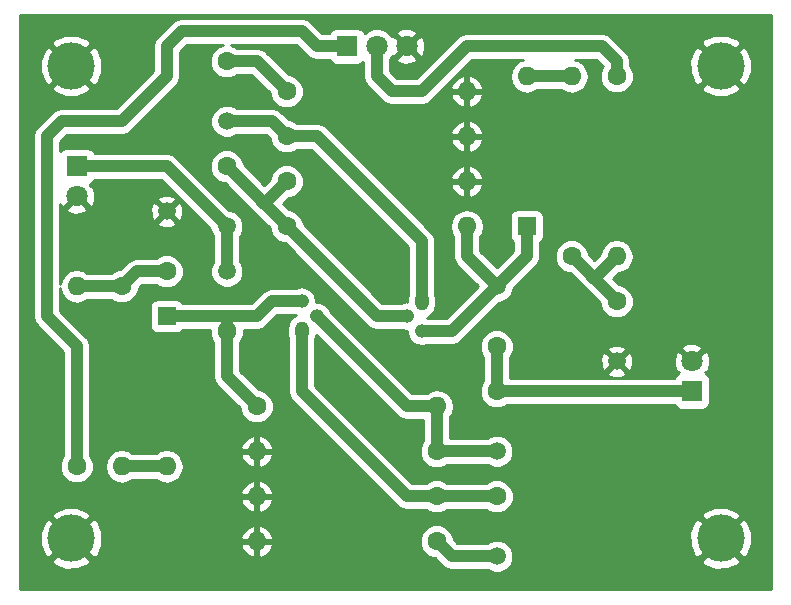
<source format=gbr>
G04 #@! TF.FileFunction,Copper,L2,Bot,Signal*
%FSLAX46Y46*%
G04 Gerber Fmt 4.6, Leading zero omitted, Abs format (unit mm)*
G04 Created by KiCad (PCBNEW 4.0.7) date 08/30/18 18:17:14*
%MOMM*%
%LPD*%
G01*
G04 APERTURE LIST*
%ADD10C,0.100000*%
%ADD11C,1.600000*%
%ADD12C,1.500000*%
%ADD13R,1.600000X1.600000*%
%ADD14O,1.600000X1.600000*%
%ADD15R,1.800000X1.800000*%
%ADD16C,1.800000*%
%ADD17O,1.200000X1.600000*%
%ADD18O,1.200000X1.200000*%
%ADD19C,4.000000*%
%ADD20C,1.000000*%
%ADD21C,0.254000*%
G04 APERTURE END LIST*
D10*
D11*
X123190000Y-63500000D03*
D12*
X123190000Y-68580000D03*
D11*
X123190000Y-77470000D03*
D12*
X123190000Y-72390000D03*
D11*
X156210000Y-74930000D03*
D12*
X156210000Y-80010000D03*
D11*
X118110000Y-72390000D03*
D12*
X118110000Y-67310000D03*
D11*
X146050000Y-91440000D03*
D12*
X146050000Y-96520000D03*
D11*
X123190000Y-54610000D03*
D12*
X123190000Y-59690000D03*
D11*
X146050000Y-78740000D03*
D12*
X146050000Y-73660000D03*
D11*
X146050000Y-82550000D03*
D12*
X146050000Y-87630000D03*
D13*
X148590000Y-68580000D03*
D14*
X148590000Y-55880000D03*
D13*
X118110000Y-76200000D03*
D14*
X118110000Y-88900000D03*
D15*
X133350000Y-53340000D03*
D16*
X135890000Y-53340000D03*
X138430000Y-53340000D03*
D15*
X110490000Y-63500000D03*
D16*
X110490000Y-66040000D03*
D15*
X162560000Y-82550000D03*
D16*
X162560000Y-80010000D03*
D17*
X139700000Y-74930000D03*
D18*
X138430000Y-76200000D03*
X139700000Y-77470000D03*
D17*
X129540000Y-77470000D03*
D18*
X130810000Y-76200000D03*
X129540000Y-74930000D03*
D11*
X156210000Y-55880000D03*
D14*
X156210000Y-71120000D03*
D11*
X110490000Y-88900000D03*
D14*
X110490000Y-73660000D03*
D11*
X128270000Y-64770000D03*
D14*
X143510000Y-64770000D03*
D11*
X140970000Y-95250000D03*
D14*
X125730000Y-95250000D03*
D11*
X152400000Y-71120000D03*
D14*
X152400000Y-55880000D03*
D11*
X128270000Y-68580000D03*
D14*
X143510000Y-68580000D03*
D11*
X114300000Y-73660000D03*
D14*
X114300000Y-88900000D03*
D11*
X128270000Y-60960000D03*
D14*
X143510000Y-60960000D03*
D11*
X140970000Y-91440000D03*
D14*
X125730000Y-91440000D03*
D11*
X125730000Y-83820000D03*
D14*
X140970000Y-83820000D03*
D11*
X128270000Y-57150000D03*
D14*
X143510000Y-57150000D03*
D11*
X140970000Y-87630000D03*
D14*
X125730000Y-87630000D03*
D19*
X110000000Y-95000000D03*
X165000000Y-95000000D03*
X110000000Y-55000000D03*
X165000000Y-55000000D03*
D20*
X128270000Y-68580000D02*
X135890000Y-76200000D01*
X135890000Y-76200000D02*
X138430000Y-76200000D01*
X128270000Y-64770000D02*
X126365000Y-66675000D01*
X126365000Y-66675000D02*
X125730000Y-66040000D01*
X123190000Y-63500000D02*
X125730000Y-66040000D01*
X125730000Y-66040000D02*
X128270000Y-68580000D01*
X123190000Y-68580000D02*
X118110000Y-63500000D01*
X118110000Y-63500000D02*
X110490000Y-63500000D01*
X123190000Y-68580000D02*
X123190000Y-72390000D01*
X123190000Y-76200000D02*
X125730000Y-76200000D01*
X127000000Y-74930000D02*
X129540000Y-74930000D01*
X125730000Y-76200000D02*
X127000000Y-74930000D01*
X123190000Y-77470000D02*
X123190000Y-81280000D01*
X123190000Y-81280000D02*
X125730000Y-83820000D01*
X123190000Y-76200000D02*
X123190000Y-77470000D01*
X123190000Y-76200000D02*
X118110000Y-76200000D01*
X156210000Y-71120000D02*
X154305000Y-73025000D01*
X154305000Y-73025000D02*
X153670000Y-72390000D01*
X152400000Y-71120000D02*
X153670000Y-72390000D01*
X153670000Y-72390000D02*
X156210000Y-74930000D01*
X118110000Y-72390000D02*
X115570000Y-72390000D01*
X115570000Y-72390000D02*
X114300000Y-73660000D01*
X114300000Y-73660000D02*
X110490000Y-73660000D01*
X140970000Y-91440000D02*
X138430000Y-91440000D01*
X129540000Y-82550000D02*
X129540000Y-77470000D01*
X138430000Y-91440000D02*
X129540000Y-82550000D01*
X140970000Y-91440000D02*
X146050000Y-91440000D01*
X146050000Y-96520000D02*
X142240000Y-96520000D01*
X142240000Y-96520000D02*
X140970000Y-95250000D01*
X123190000Y-54610000D02*
X125730000Y-54610000D01*
X125730000Y-54610000D02*
X128270000Y-57150000D01*
X128270000Y-60960000D02*
X130810000Y-60960000D01*
X139700000Y-69850000D02*
X139700000Y-74930000D01*
X130810000Y-60960000D02*
X139700000Y-69850000D01*
X123190000Y-59690000D02*
X127000000Y-59690000D01*
X127000000Y-59690000D02*
X128270000Y-60960000D01*
X146050000Y-82550000D02*
X162560000Y-82550000D01*
X146050000Y-78740000D02*
X146050000Y-82550000D01*
X143510000Y-68580000D02*
X143510000Y-71120000D01*
X143510000Y-71120000D02*
X146050000Y-73660000D01*
X146050000Y-73660000D02*
X148590000Y-71120000D01*
X148590000Y-71120000D02*
X148590000Y-68580000D01*
X139700000Y-77470000D02*
X142240000Y-77470000D01*
X142240000Y-77470000D02*
X146050000Y-73660000D01*
X130810000Y-76200000D02*
X138430000Y-83820000D01*
X138430000Y-83820000D02*
X140970000Y-83820000D01*
X140970000Y-87630000D02*
X140970000Y-83820000D01*
X146050000Y-87630000D02*
X140970000Y-87630000D01*
X148590000Y-55880000D02*
X152400000Y-55880000D01*
X114300000Y-88900000D02*
X118110000Y-88900000D01*
X110490000Y-88900000D02*
X110490000Y-78740000D01*
X130810000Y-53340000D02*
X133350000Y-53340000D01*
X129540000Y-52070000D02*
X130810000Y-53340000D01*
X119380000Y-52070000D02*
X129540000Y-52070000D01*
X118110000Y-53340000D02*
X119380000Y-52070000D01*
X118110000Y-55880000D02*
X118110000Y-53340000D01*
X114300000Y-59690000D02*
X118110000Y-55880000D01*
X109220000Y-59690000D02*
X114300000Y-59690000D01*
X107950000Y-60960000D02*
X109220000Y-59690000D01*
X107950000Y-76200000D02*
X107950000Y-60960000D01*
X110490000Y-78740000D02*
X107950000Y-76200000D01*
X135890000Y-53340000D02*
X135890000Y-55880000D01*
X156210000Y-54610000D02*
X156210000Y-55880000D01*
X154940000Y-53340000D02*
X156210000Y-54610000D01*
X143510000Y-53340000D02*
X154940000Y-53340000D01*
X139700000Y-57150000D02*
X143510000Y-53340000D01*
X137160000Y-57150000D02*
X139700000Y-57150000D01*
X135890000Y-55880000D02*
X137160000Y-57150000D01*
D21*
G36*
X169290000Y-99290000D02*
X105710000Y-99290000D01*
X105710000Y-96875022D01*
X108304584Y-96875022D01*
X108525353Y-97245743D01*
X109497012Y-97639119D01*
X110545247Y-97630713D01*
X111474647Y-97245743D01*
X111695416Y-96875022D01*
X110000000Y-95179605D01*
X108304584Y-96875022D01*
X105710000Y-96875022D01*
X105710000Y-94497012D01*
X107360881Y-94497012D01*
X107369287Y-95545247D01*
X107754257Y-96474647D01*
X108124978Y-96695416D01*
X109820395Y-95000000D01*
X110179605Y-95000000D01*
X111875022Y-96695416D01*
X112245743Y-96474647D01*
X112600232Y-95599039D01*
X124338096Y-95599039D01*
X124498959Y-95987423D01*
X124874866Y-96402389D01*
X125380959Y-96641914D01*
X125603000Y-96520629D01*
X125603000Y-95377000D01*
X125857000Y-95377000D01*
X125857000Y-96520629D01*
X126079041Y-96641914D01*
X126585134Y-96402389D01*
X126961041Y-95987423D01*
X127121904Y-95599039D01*
X127086275Y-95534187D01*
X139534752Y-95534187D01*
X139752757Y-96061800D01*
X140156077Y-96465824D01*
X140683309Y-96684750D01*
X140799720Y-96684852D01*
X141437434Y-97322566D01*
X141805654Y-97568603D01*
X142240000Y-97655000D01*
X145226042Y-97655000D01*
X145264436Y-97693461D01*
X145773298Y-97904759D01*
X146324285Y-97905240D01*
X146833515Y-97694831D01*
X147223461Y-97305564D01*
X147402237Y-96875022D01*
X163304584Y-96875022D01*
X163525353Y-97245743D01*
X164497012Y-97639119D01*
X165545247Y-97630713D01*
X166474647Y-97245743D01*
X166695416Y-96875022D01*
X165000000Y-95179605D01*
X163304584Y-96875022D01*
X147402237Y-96875022D01*
X147434759Y-96796702D01*
X147435240Y-96245715D01*
X147224831Y-95736485D01*
X146835564Y-95346539D01*
X146326702Y-95135241D01*
X145775715Y-95134760D01*
X145266485Y-95345169D01*
X145226585Y-95385000D01*
X142710132Y-95385000D01*
X142405148Y-95080016D01*
X142405248Y-94965813D01*
X142211544Y-94497012D01*
X162360881Y-94497012D01*
X162369287Y-95545247D01*
X162754257Y-96474647D01*
X163124978Y-96695416D01*
X164820395Y-95000000D01*
X165179605Y-95000000D01*
X166875022Y-96695416D01*
X167245743Y-96474647D01*
X167639119Y-95502988D01*
X167630713Y-94454753D01*
X167245743Y-93525353D01*
X166875022Y-93304584D01*
X165179605Y-95000000D01*
X164820395Y-95000000D01*
X163124978Y-93304584D01*
X162754257Y-93525353D01*
X162360881Y-94497012D01*
X142211544Y-94497012D01*
X142187243Y-94438200D01*
X141783923Y-94034176D01*
X141256691Y-93815250D01*
X140685813Y-93814752D01*
X140158200Y-94032757D01*
X139754176Y-94436077D01*
X139535250Y-94963309D01*
X139534752Y-95534187D01*
X127086275Y-95534187D01*
X126999915Y-95377000D01*
X125857000Y-95377000D01*
X125603000Y-95377000D01*
X124460085Y-95377000D01*
X124338096Y-95599039D01*
X112600232Y-95599039D01*
X112639119Y-95502988D01*
X112634292Y-94900961D01*
X124338096Y-94900961D01*
X124460085Y-95123000D01*
X125603000Y-95123000D01*
X125603000Y-93979371D01*
X125857000Y-93979371D01*
X125857000Y-95123000D01*
X126999915Y-95123000D01*
X127121904Y-94900961D01*
X126961041Y-94512577D01*
X126585134Y-94097611D01*
X126079041Y-93858086D01*
X125857000Y-93979371D01*
X125603000Y-93979371D01*
X125380959Y-93858086D01*
X124874866Y-94097611D01*
X124498959Y-94512577D01*
X124338096Y-94900961D01*
X112634292Y-94900961D01*
X112630713Y-94454753D01*
X112245743Y-93525353D01*
X111875022Y-93304584D01*
X110179605Y-95000000D01*
X109820395Y-95000000D01*
X108124978Y-93304584D01*
X107754257Y-93525353D01*
X107360881Y-94497012D01*
X105710000Y-94497012D01*
X105710000Y-93124978D01*
X108304584Y-93124978D01*
X110000000Y-94820395D01*
X111695416Y-93124978D01*
X163304584Y-93124978D01*
X165000000Y-94820395D01*
X166695416Y-93124978D01*
X166474647Y-92754257D01*
X165502988Y-92360881D01*
X164454753Y-92369287D01*
X163525353Y-92754257D01*
X163304584Y-93124978D01*
X111695416Y-93124978D01*
X111474647Y-92754257D01*
X110502988Y-92360881D01*
X109454753Y-92369287D01*
X108525353Y-92754257D01*
X108304584Y-93124978D01*
X105710000Y-93124978D01*
X105710000Y-91789039D01*
X124338096Y-91789039D01*
X124498959Y-92177423D01*
X124874866Y-92592389D01*
X125380959Y-92831914D01*
X125603000Y-92710629D01*
X125603000Y-91567000D01*
X125857000Y-91567000D01*
X125857000Y-92710629D01*
X126079041Y-92831914D01*
X126585134Y-92592389D01*
X126961041Y-92177423D01*
X127121904Y-91789039D01*
X126999915Y-91567000D01*
X125857000Y-91567000D01*
X125603000Y-91567000D01*
X124460085Y-91567000D01*
X124338096Y-91789039D01*
X105710000Y-91789039D01*
X105710000Y-91090961D01*
X124338096Y-91090961D01*
X124460085Y-91313000D01*
X125603000Y-91313000D01*
X125603000Y-90169371D01*
X125857000Y-90169371D01*
X125857000Y-91313000D01*
X126999915Y-91313000D01*
X127121904Y-91090961D01*
X126961041Y-90702577D01*
X126585134Y-90287611D01*
X126079041Y-90048086D01*
X125857000Y-90169371D01*
X125603000Y-90169371D01*
X125380959Y-90048086D01*
X124874866Y-90287611D01*
X124498959Y-90702577D01*
X124338096Y-91090961D01*
X105710000Y-91090961D01*
X105710000Y-60960000D01*
X106815000Y-60960000D01*
X106815000Y-76200000D01*
X106901397Y-76634346D01*
X107127806Y-76973191D01*
X107147434Y-77002566D01*
X109355000Y-79210133D01*
X109355000Y-88005394D01*
X109274176Y-88086077D01*
X109055250Y-88613309D01*
X109054752Y-89184187D01*
X109272757Y-89711800D01*
X109676077Y-90115824D01*
X110203309Y-90334750D01*
X110774187Y-90335248D01*
X111301800Y-90117243D01*
X111705824Y-89713923D01*
X111924750Y-89186691D01*
X111925024Y-88871887D01*
X112865000Y-88871887D01*
X112865000Y-88928113D01*
X112974233Y-89477264D01*
X113285302Y-89942811D01*
X113750849Y-90253880D01*
X114300000Y-90363113D01*
X114849151Y-90253880D01*
X115176728Y-90035000D01*
X117233272Y-90035000D01*
X117560849Y-90253880D01*
X118110000Y-90363113D01*
X118659151Y-90253880D01*
X119124698Y-89942811D01*
X119435767Y-89477264D01*
X119545000Y-88928113D01*
X119545000Y-88871887D01*
X119435767Y-88322736D01*
X119206116Y-87979039D01*
X124338096Y-87979039D01*
X124498959Y-88367423D01*
X124874866Y-88782389D01*
X125380959Y-89021914D01*
X125603000Y-88900629D01*
X125603000Y-87757000D01*
X125857000Y-87757000D01*
X125857000Y-88900629D01*
X126079041Y-89021914D01*
X126585134Y-88782389D01*
X126961041Y-88367423D01*
X127121904Y-87979039D01*
X126999915Y-87757000D01*
X125857000Y-87757000D01*
X125603000Y-87757000D01*
X124460085Y-87757000D01*
X124338096Y-87979039D01*
X119206116Y-87979039D01*
X119124698Y-87857189D01*
X118659151Y-87546120D01*
X118110000Y-87436887D01*
X117560849Y-87546120D01*
X117233272Y-87765000D01*
X115176728Y-87765000D01*
X114849151Y-87546120D01*
X114300000Y-87436887D01*
X113750849Y-87546120D01*
X113285302Y-87857189D01*
X112974233Y-88322736D01*
X112865000Y-88871887D01*
X111925024Y-88871887D01*
X111925248Y-88615813D01*
X111707243Y-88088200D01*
X111625000Y-88005813D01*
X111625000Y-87280961D01*
X124338096Y-87280961D01*
X124460085Y-87503000D01*
X125603000Y-87503000D01*
X125603000Y-86359371D01*
X125857000Y-86359371D01*
X125857000Y-87503000D01*
X126999915Y-87503000D01*
X127121904Y-87280961D01*
X126961041Y-86892577D01*
X126585134Y-86477611D01*
X126079041Y-86238086D01*
X125857000Y-86359371D01*
X125603000Y-86359371D01*
X125380959Y-86238086D01*
X124874866Y-86477611D01*
X124498959Y-86892577D01*
X124338096Y-87280961D01*
X111625000Y-87280961D01*
X111625000Y-78740000D01*
X111538603Y-78305654D01*
X111312194Y-77966809D01*
X111292566Y-77937433D01*
X109085000Y-75729868D01*
X109085000Y-75400000D01*
X116662560Y-75400000D01*
X116662560Y-77000000D01*
X116706838Y-77235317D01*
X116845910Y-77451441D01*
X117058110Y-77596431D01*
X117310000Y-77647440D01*
X118910000Y-77647440D01*
X119145317Y-77603162D01*
X119361441Y-77464090D01*
X119449644Y-77335000D01*
X121755118Y-77335000D01*
X121754752Y-77754187D01*
X121972757Y-78281800D01*
X122055000Y-78364187D01*
X122055000Y-81280000D01*
X122141397Y-81714346D01*
X122157336Y-81738200D01*
X122387434Y-82082566D01*
X124294852Y-83989984D01*
X124294752Y-84104187D01*
X124512757Y-84631800D01*
X124916077Y-85035824D01*
X125443309Y-85254750D01*
X126014187Y-85255248D01*
X126541800Y-85037243D01*
X126945824Y-84633923D01*
X127164750Y-84106691D01*
X127165248Y-83535813D01*
X126947243Y-83008200D01*
X126543923Y-82604176D01*
X126016691Y-82385250D01*
X125900281Y-82385148D01*
X124325000Y-80809868D01*
X124325000Y-78364606D01*
X124405824Y-78283923D01*
X124624750Y-77756691D01*
X124625118Y-77335000D01*
X125730000Y-77335000D01*
X126164346Y-77248603D01*
X126532566Y-77002566D01*
X127470132Y-76065000D01*
X129022209Y-76065000D01*
X129067386Y-76095186D01*
X129081739Y-76098041D01*
X129067386Y-76100896D01*
X128666723Y-76368610D01*
X128399009Y-76769273D01*
X128305000Y-77241887D01*
X128305000Y-77698113D01*
X128399009Y-78170727D01*
X128405000Y-78179693D01*
X128405000Y-82550000D01*
X128491397Y-82984346D01*
X128737434Y-83352566D01*
X137627434Y-92242567D01*
X137995655Y-92488604D01*
X138430000Y-92575000D01*
X140075394Y-92575000D01*
X140156077Y-92655824D01*
X140683309Y-92874750D01*
X141254187Y-92875248D01*
X141781800Y-92657243D01*
X141864187Y-92575000D01*
X145155394Y-92575000D01*
X145236077Y-92655824D01*
X145763309Y-92874750D01*
X146334187Y-92875248D01*
X146861800Y-92657243D01*
X147265824Y-92253923D01*
X147484750Y-91726691D01*
X147485248Y-91155813D01*
X147267243Y-90628200D01*
X146863923Y-90224176D01*
X146336691Y-90005250D01*
X145765813Y-90004752D01*
X145238200Y-90222757D01*
X145155813Y-90305000D01*
X141864606Y-90305000D01*
X141783923Y-90224176D01*
X141256691Y-90005250D01*
X140685813Y-90004752D01*
X140158200Y-90222757D01*
X140075813Y-90305000D01*
X138900133Y-90305000D01*
X130675000Y-82079868D01*
X130675000Y-78179693D01*
X130680991Y-78170727D01*
X130763051Y-77758183D01*
X137627434Y-84622566D01*
X137995654Y-84868603D01*
X138430000Y-84955000D01*
X139835000Y-84955000D01*
X139835000Y-86735394D01*
X139754176Y-86816077D01*
X139535250Y-87343309D01*
X139534752Y-87914187D01*
X139752757Y-88441800D01*
X140156077Y-88845824D01*
X140683309Y-89064750D01*
X141254187Y-89065248D01*
X141781800Y-88847243D01*
X141864187Y-88765000D01*
X145226042Y-88765000D01*
X145264436Y-88803461D01*
X145773298Y-89014759D01*
X146324285Y-89015240D01*
X146833515Y-88804831D01*
X147223461Y-88415564D01*
X147434759Y-87906702D01*
X147435240Y-87355715D01*
X147224831Y-86846485D01*
X146835564Y-86456539D01*
X146326702Y-86245241D01*
X145775715Y-86244760D01*
X145266485Y-86455169D01*
X145226585Y-86495000D01*
X142105000Y-86495000D01*
X142105000Y-84696728D01*
X142323880Y-84369151D01*
X142433113Y-83820000D01*
X142323880Y-83270849D01*
X142012811Y-82805302D01*
X141547264Y-82494233D01*
X140998113Y-82385000D01*
X140941887Y-82385000D01*
X140392736Y-82494233D01*
X140107233Y-82685000D01*
X138900132Y-82685000D01*
X135239319Y-79024187D01*
X144614752Y-79024187D01*
X144832757Y-79551800D01*
X144915000Y-79634187D01*
X144915000Y-81655394D01*
X144834176Y-81736077D01*
X144615250Y-82263309D01*
X144614752Y-82834187D01*
X144832757Y-83361800D01*
X145236077Y-83765824D01*
X145763309Y-83984750D01*
X146334187Y-83985248D01*
X146861800Y-83767243D01*
X146944187Y-83685000D01*
X161056778Y-83685000D01*
X161056838Y-83685317D01*
X161195910Y-83901441D01*
X161408110Y-84046431D01*
X161660000Y-84097440D01*
X163460000Y-84097440D01*
X163695317Y-84053162D01*
X163911441Y-83914090D01*
X164056431Y-83701890D01*
X164107440Y-83450000D01*
X164107440Y-81650000D01*
X164063162Y-81414683D01*
X163924090Y-81198559D01*
X163720426Y-81059402D01*
X163754718Y-81025110D01*
X163640161Y-80910553D01*
X163896643Y-80824148D01*
X164106458Y-80250664D01*
X164080839Y-79640540D01*
X163896643Y-79195852D01*
X163640159Y-79109446D01*
X162739605Y-80010000D01*
X162753748Y-80024143D01*
X162574143Y-80203748D01*
X162560000Y-80189605D01*
X162545858Y-80203748D01*
X162366253Y-80024143D01*
X162380395Y-80010000D01*
X161479841Y-79109446D01*
X161223357Y-79195852D01*
X161013542Y-79769336D01*
X161039161Y-80379460D01*
X161223357Y-80824148D01*
X161479839Y-80910553D01*
X161365282Y-81025110D01*
X161401760Y-81061588D01*
X161208559Y-81185910D01*
X161063569Y-81398110D01*
X161060149Y-81415000D01*
X147185000Y-81415000D01*
X147185000Y-80981517D01*
X155418088Y-80981517D01*
X155486077Y-81222460D01*
X156005171Y-81407201D01*
X156555448Y-81379230D01*
X156933923Y-81222460D01*
X157001912Y-80981517D01*
X156210000Y-80189605D01*
X155418088Y-80981517D01*
X147185000Y-80981517D01*
X147185000Y-79805171D01*
X154812799Y-79805171D01*
X154840770Y-80355448D01*
X154997540Y-80733923D01*
X155238483Y-80801912D01*
X156030395Y-80010000D01*
X156389605Y-80010000D01*
X157181517Y-80801912D01*
X157422460Y-80733923D01*
X157607201Y-80214829D01*
X157579230Y-79664552D01*
X157422460Y-79286077D01*
X157181517Y-79218088D01*
X156389605Y-80010000D01*
X156030395Y-80010000D01*
X155238483Y-79218088D01*
X154997540Y-79286077D01*
X154812799Y-79805171D01*
X147185000Y-79805171D01*
X147185000Y-79634606D01*
X147265824Y-79553923D01*
X147479853Y-79038483D01*
X155418088Y-79038483D01*
X156210000Y-79830395D01*
X157001912Y-79038483D01*
X156971256Y-78929841D01*
X161659446Y-78929841D01*
X162560000Y-79830395D01*
X163460554Y-78929841D01*
X163374148Y-78673357D01*
X162800664Y-78463542D01*
X162190540Y-78489161D01*
X161745852Y-78673357D01*
X161659446Y-78929841D01*
X156971256Y-78929841D01*
X156933923Y-78797540D01*
X156414829Y-78612799D01*
X155864552Y-78640770D01*
X155486077Y-78797540D01*
X155418088Y-79038483D01*
X147479853Y-79038483D01*
X147484750Y-79026691D01*
X147485248Y-78455813D01*
X147267243Y-77928200D01*
X146863923Y-77524176D01*
X146336691Y-77305250D01*
X145765813Y-77304752D01*
X145238200Y-77522757D01*
X144834176Y-77926077D01*
X144615250Y-78453309D01*
X144614752Y-79024187D01*
X135239319Y-79024187D01*
X131959103Y-75743971D01*
X131950991Y-75703191D01*
X131683277Y-75302528D01*
X131282614Y-75034814D01*
X130810000Y-74940805D01*
X130775000Y-74947767D01*
X130775000Y-74905805D01*
X130680991Y-74433191D01*
X130413277Y-74032528D01*
X130012614Y-73764814D01*
X129540000Y-73670805D01*
X129067386Y-73764814D01*
X129022209Y-73795000D01*
X127000000Y-73795000D01*
X126565654Y-73881397D01*
X126467935Y-73946691D01*
X126197434Y-74127434D01*
X125259868Y-75065000D01*
X119449018Y-75065000D01*
X119374090Y-74948559D01*
X119161890Y-74803569D01*
X118910000Y-74752560D01*
X117310000Y-74752560D01*
X117074683Y-74796838D01*
X116858559Y-74935910D01*
X116713569Y-75148110D01*
X116662560Y-75400000D01*
X109085000Y-75400000D01*
X109085000Y-73838933D01*
X109164233Y-74237264D01*
X109475302Y-74702811D01*
X109940849Y-75013880D01*
X110490000Y-75123113D01*
X111039151Y-75013880D01*
X111366728Y-74795000D01*
X113405394Y-74795000D01*
X113486077Y-74875824D01*
X114013309Y-75094750D01*
X114584187Y-75095248D01*
X115111800Y-74877243D01*
X115515824Y-74473923D01*
X115734750Y-73946691D01*
X115734852Y-73830280D01*
X116040132Y-73525000D01*
X117215394Y-73525000D01*
X117296077Y-73605824D01*
X117823309Y-73824750D01*
X118394187Y-73825248D01*
X118921800Y-73607243D01*
X119325824Y-73203923D01*
X119544750Y-72676691D01*
X119545248Y-72105813D01*
X119327243Y-71578200D01*
X118923923Y-71174176D01*
X118396691Y-70955250D01*
X117825813Y-70954752D01*
X117298200Y-71172757D01*
X117215813Y-71255000D01*
X115570000Y-71255000D01*
X115135654Y-71341397D01*
X115037935Y-71406691D01*
X114767434Y-71587434D01*
X114130016Y-72224852D01*
X114015813Y-72224752D01*
X113488200Y-72442757D01*
X113405813Y-72525000D01*
X111366728Y-72525000D01*
X111039151Y-72306120D01*
X110490000Y-72196887D01*
X109940849Y-72306120D01*
X109475302Y-72617189D01*
X109164233Y-73082736D01*
X109085000Y-73481067D01*
X109085000Y-68281517D01*
X117318088Y-68281517D01*
X117386077Y-68522460D01*
X117905171Y-68707201D01*
X118455448Y-68679230D01*
X118833923Y-68522460D01*
X118901912Y-68281517D01*
X118110000Y-67489605D01*
X117318088Y-68281517D01*
X109085000Y-68281517D01*
X109085000Y-67120159D01*
X109589446Y-67120159D01*
X109675852Y-67376643D01*
X110249336Y-67586458D01*
X110859460Y-67560839D01*
X111304148Y-67376643D01*
X111390554Y-67120159D01*
X111375566Y-67105171D01*
X116712799Y-67105171D01*
X116740770Y-67655448D01*
X116897540Y-68033923D01*
X117138483Y-68101912D01*
X117930395Y-67310000D01*
X118289605Y-67310000D01*
X119081517Y-68101912D01*
X119322460Y-68033923D01*
X119507201Y-67514829D01*
X119479230Y-66964552D01*
X119322460Y-66586077D01*
X119081517Y-66518088D01*
X118289605Y-67310000D01*
X117930395Y-67310000D01*
X117138483Y-66518088D01*
X116897540Y-66586077D01*
X116712799Y-67105171D01*
X111375566Y-67105171D01*
X110490000Y-66219605D01*
X109589446Y-67120159D01*
X109085000Y-67120159D01*
X109085000Y-66689120D01*
X109153357Y-66854148D01*
X109409841Y-66940554D01*
X110310395Y-66040000D01*
X110296253Y-66025858D01*
X110475858Y-65846253D01*
X110490000Y-65860395D01*
X110504143Y-65846253D01*
X110683748Y-66025858D01*
X110669605Y-66040000D01*
X111570159Y-66940554D01*
X111826643Y-66854148D01*
X112015304Y-66338483D01*
X117318088Y-66338483D01*
X118110000Y-67130395D01*
X118901912Y-66338483D01*
X118833923Y-66097540D01*
X118314829Y-65912799D01*
X117764552Y-65940770D01*
X117386077Y-66097540D01*
X117318088Y-66338483D01*
X112015304Y-66338483D01*
X112036458Y-66280664D01*
X112010839Y-65670540D01*
X111826643Y-65225852D01*
X111570161Y-65139447D01*
X111684718Y-65024890D01*
X111648240Y-64988412D01*
X111841441Y-64864090D01*
X111986431Y-64651890D01*
X111989851Y-64635000D01*
X117639868Y-64635000D01*
X121804807Y-68799939D01*
X121804760Y-68854285D01*
X122015169Y-69363515D01*
X122055000Y-69403415D01*
X122055000Y-71566042D01*
X122016539Y-71604436D01*
X121805241Y-72113298D01*
X121804760Y-72664285D01*
X122015169Y-73173515D01*
X122404436Y-73563461D01*
X122913298Y-73774759D01*
X123464285Y-73775240D01*
X123973515Y-73564831D01*
X124363461Y-73175564D01*
X124574759Y-72666702D01*
X124575240Y-72115715D01*
X124364831Y-71606485D01*
X124325000Y-71566585D01*
X124325000Y-69403958D01*
X124363461Y-69365564D01*
X124574759Y-68856702D01*
X124575240Y-68305715D01*
X124364831Y-67796485D01*
X123975564Y-67406539D01*
X123466702Y-67195241D01*
X123410324Y-67195192D01*
X119999319Y-63784187D01*
X121754752Y-63784187D01*
X121972757Y-64311800D01*
X122376077Y-64715824D01*
X122903309Y-64934750D01*
X123019719Y-64934852D01*
X124927433Y-66842566D01*
X124927436Y-66842568D01*
X126834852Y-68749984D01*
X126834752Y-68864187D01*
X127052757Y-69391800D01*
X127456077Y-69795824D01*
X127983309Y-70014750D01*
X128099720Y-70014852D01*
X135087434Y-77002566D01*
X135455654Y-77248603D01*
X135890000Y-77335000D01*
X137912209Y-77335000D01*
X137957386Y-77365186D01*
X138430000Y-77459195D01*
X138465000Y-77452233D01*
X138465000Y-77494195D01*
X138559009Y-77966809D01*
X138826723Y-78367472D01*
X139227386Y-78635186D01*
X139700000Y-78729195D01*
X140172614Y-78635186D01*
X140217791Y-78605000D01*
X142240000Y-78605000D01*
X142674346Y-78518603D01*
X143042566Y-78272566D01*
X146269939Y-75045193D01*
X146324285Y-75045240D01*
X146833515Y-74834831D01*
X147223461Y-74445564D01*
X147434759Y-73936702D01*
X147434808Y-73880324D01*
X149392566Y-71922567D01*
X149638603Y-71554346D01*
X149667973Y-71406691D01*
X149668471Y-71404187D01*
X150964752Y-71404187D01*
X151182757Y-71931800D01*
X151586077Y-72335824D01*
X152113309Y-72554750D01*
X152229720Y-72554852D01*
X154774852Y-75099984D01*
X154774752Y-75214187D01*
X154992757Y-75741800D01*
X155396077Y-76145824D01*
X155923309Y-76364750D01*
X156494187Y-76365248D01*
X157021800Y-76147243D01*
X157425824Y-75743923D01*
X157644750Y-75216691D01*
X157645248Y-74645813D01*
X157427243Y-74118200D01*
X157023923Y-73714176D01*
X156496691Y-73495250D01*
X156380281Y-73495148D01*
X155910132Y-73025000D01*
X156387283Y-72547849D01*
X156759151Y-72473880D01*
X157224698Y-72162811D01*
X157535767Y-71697264D01*
X157645000Y-71148113D01*
X157645000Y-71091887D01*
X157535767Y-70542736D01*
X157224698Y-70077189D01*
X156759151Y-69766120D01*
X156210000Y-69656887D01*
X155660849Y-69766120D01*
X155195302Y-70077189D01*
X154884233Y-70542736D01*
X154810264Y-70914604D01*
X154305000Y-71419868D01*
X153835148Y-70950016D01*
X153835248Y-70835813D01*
X153617243Y-70308200D01*
X153213923Y-69904176D01*
X152686691Y-69685250D01*
X152115813Y-69684752D01*
X151588200Y-69902757D01*
X151184176Y-70306077D01*
X150965250Y-70833309D01*
X150964752Y-71404187D01*
X149668471Y-71404187D01*
X149725000Y-71120000D01*
X149725000Y-69919018D01*
X149841441Y-69844090D01*
X149986431Y-69631890D01*
X150037440Y-69380000D01*
X150037440Y-67780000D01*
X149993162Y-67544683D01*
X149854090Y-67328559D01*
X149641890Y-67183569D01*
X149390000Y-67132560D01*
X147790000Y-67132560D01*
X147554683Y-67176838D01*
X147338559Y-67315910D01*
X147193569Y-67528110D01*
X147142560Y-67780000D01*
X147142560Y-69380000D01*
X147186838Y-69615317D01*
X147325910Y-69831441D01*
X147455000Y-69919644D01*
X147455000Y-70649867D01*
X146050000Y-72054867D01*
X144645000Y-70649868D01*
X144645000Y-69456728D01*
X144863880Y-69129151D01*
X144973113Y-68580000D01*
X144863880Y-68030849D01*
X144552811Y-67565302D01*
X144087264Y-67254233D01*
X143538113Y-67145000D01*
X143481887Y-67145000D01*
X142932736Y-67254233D01*
X142467189Y-67565302D01*
X142156120Y-68030849D01*
X142046887Y-68580000D01*
X142156120Y-69129151D01*
X142375000Y-69456728D01*
X142375000Y-71120000D01*
X142461397Y-71554346D01*
X142556892Y-71697264D01*
X142707434Y-71922566D01*
X144444868Y-73660000D01*
X141769868Y-76335000D01*
X140217791Y-76335000D01*
X140172614Y-76304814D01*
X140158261Y-76301959D01*
X140172614Y-76299104D01*
X140573277Y-76031390D01*
X140840991Y-75630727D01*
X140935000Y-75158113D01*
X140935000Y-74701887D01*
X140840991Y-74229273D01*
X140835000Y-74220307D01*
X140835000Y-69850000D01*
X140802130Y-69684752D01*
X140748604Y-69415655D01*
X140502567Y-69047434D01*
X136574172Y-65119039D01*
X142118096Y-65119039D01*
X142278959Y-65507423D01*
X142654866Y-65922389D01*
X143160959Y-66161914D01*
X143383000Y-66040629D01*
X143383000Y-64897000D01*
X143637000Y-64897000D01*
X143637000Y-66040629D01*
X143859041Y-66161914D01*
X144365134Y-65922389D01*
X144741041Y-65507423D01*
X144901904Y-65119039D01*
X144779915Y-64897000D01*
X143637000Y-64897000D01*
X143383000Y-64897000D01*
X142240085Y-64897000D01*
X142118096Y-65119039D01*
X136574172Y-65119039D01*
X135876094Y-64420961D01*
X142118096Y-64420961D01*
X142240085Y-64643000D01*
X143383000Y-64643000D01*
X143383000Y-63499371D01*
X143637000Y-63499371D01*
X143637000Y-64643000D01*
X144779915Y-64643000D01*
X144901904Y-64420961D01*
X144741041Y-64032577D01*
X144365134Y-63617611D01*
X143859041Y-63378086D01*
X143637000Y-63499371D01*
X143383000Y-63499371D01*
X143160959Y-63378086D01*
X142654866Y-63617611D01*
X142278959Y-64032577D01*
X142118096Y-64420961D01*
X135876094Y-64420961D01*
X132764172Y-61309039D01*
X142118096Y-61309039D01*
X142278959Y-61697423D01*
X142654866Y-62112389D01*
X143160959Y-62351914D01*
X143383000Y-62230629D01*
X143383000Y-61087000D01*
X143637000Y-61087000D01*
X143637000Y-62230629D01*
X143859041Y-62351914D01*
X144365134Y-62112389D01*
X144741041Y-61697423D01*
X144901904Y-61309039D01*
X144779915Y-61087000D01*
X143637000Y-61087000D01*
X143383000Y-61087000D01*
X142240085Y-61087000D01*
X142118096Y-61309039D01*
X132764172Y-61309039D01*
X132066094Y-60610961D01*
X142118096Y-60610961D01*
X142240085Y-60833000D01*
X143383000Y-60833000D01*
X143383000Y-59689371D01*
X143637000Y-59689371D01*
X143637000Y-60833000D01*
X144779915Y-60833000D01*
X144901904Y-60610961D01*
X144741041Y-60222577D01*
X144365134Y-59807611D01*
X143859041Y-59568086D01*
X143637000Y-59689371D01*
X143383000Y-59689371D01*
X143160959Y-59568086D01*
X142654866Y-59807611D01*
X142278959Y-60222577D01*
X142118096Y-60610961D01*
X132066094Y-60610961D01*
X131612566Y-60157434D01*
X131563045Y-60124345D01*
X131244346Y-59911397D01*
X130810000Y-59825000D01*
X129164606Y-59825000D01*
X129083923Y-59744176D01*
X128556691Y-59525250D01*
X128440280Y-59525148D01*
X127802566Y-58887434D01*
X127434346Y-58641397D01*
X127000000Y-58555000D01*
X124013958Y-58555000D01*
X123975564Y-58516539D01*
X123466702Y-58305241D01*
X122915715Y-58304760D01*
X122406485Y-58515169D01*
X122016539Y-58904436D01*
X121805241Y-59413298D01*
X121804760Y-59964285D01*
X122015169Y-60473515D01*
X122404436Y-60863461D01*
X122913298Y-61074759D01*
X123464285Y-61075240D01*
X123973515Y-60864831D01*
X124013415Y-60825000D01*
X126529868Y-60825000D01*
X126834852Y-61129984D01*
X126834752Y-61244187D01*
X127052757Y-61771800D01*
X127456077Y-62175824D01*
X127983309Y-62394750D01*
X128554187Y-62395248D01*
X129081800Y-62177243D01*
X129164187Y-62095000D01*
X130339868Y-62095000D01*
X138565000Y-70320133D01*
X138565000Y-74220307D01*
X138559009Y-74229273D01*
X138465000Y-74701887D01*
X138465000Y-74947767D01*
X138430000Y-74940805D01*
X137957386Y-75034814D01*
X137912209Y-75065000D01*
X136360132Y-75065000D01*
X129705148Y-68410016D01*
X129705248Y-68295813D01*
X129487243Y-67768200D01*
X129083923Y-67364176D01*
X128556691Y-67145250D01*
X128440281Y-67145148D01*
X127970132Y-66675000D01*
X128439984Y-66205148D01*
X128554187Y-66205248D01*
X129081800Y-65987243D01*
X129485824Y-65583923D01*
X129704750Y-65056691D01*
X129705248Y-64485813D01*
X129487243Y-63958200D01*
X129083923Y-63554176D01*
X128556691Y-63335250D01*
X127985813Y-63334752D01*
X127458200Y-63552757D01*
X127054176Y-63956077D01*
X126835250Y-64483309D01*
X126835148Y-64599720D01*
X126365000Y-65069868D01*
X124625148Y-63330016D01*
X124625248Y-63215813D01*
X124407243Y-62688200D01*
X124003923Y-62284176D01*
X123476691Y-62065250D01*
X122905813Y-62064752D01*
X122378200Y-62282757D01*
X121974176Y-62686077D01*
X121755250Y-63213309D01*
X121754752Y-63784187D01*
X119999319Y-63784187D01*
X118912566Y-62697434D01*
X118895569Y-62686077D01*
X118544346Y-62451397D01*
X118110000Y-62365000D01*
X111993222Y-62365000D01*
X111993162Y-62364683D01*
X111854090Y-62148559D01*
X111641890Y-62003569D01*
X111390000Y-61952560D01*
X109590000Y-61952560D01*
X109354683Y-61996838D01*
X109138559Y-62135910D01*
X109085000Y-62214296D01*
X109085000Y-61430132D01*
X109690132Y-60825000D01*
X114300000Y-60825000D01*
X114734346Y-60738603D01*
X115102566Y-60492566D01*
X118912566Y-56682566D01*
X119158604Y-56314345D01*
X119245000Y-55880000D01*
X119245000Y-53810132D01*
X119850132Y-53205000D01*
X122832607Y-53205000D01*
X122378200Y-53392757D01*
X121974176Y-53796077D01*
X121755250Y-54323309D01*
X121754752Y-54894187D01*
X121972757Y-55421800D01*
X122376077Y-55825824D01*
X122903309Y-56044750D01*
X123474187Y-56045248D01*
X124001800Y-55827243D01*
X124084187Y-55745000D01*
X125259868Y-55745000D01*
X126834852Y-57319984D01*
X126834752Y-57434187D01*
X127052757Y-57961800D01*
X127456077Y-58365824D01*
X127983309Y-58584750D01*
X128554187Y-58585248D01*
X129081800Y-58367243D01*
X129485824Y-57963923D01*
X129704750Y-57436691D01*
X129705248Y-56865813D01*
X129487243Y-56338200D01*
X129083923Y-55934176D01*
X128556691Y-55715250D01*
X128440281Y-55715148D01*
X126532566Y-53807434D01*
X126483045Y-53774345D01*
X126164346Y-53561397D01*
X125730000Y-53475000D01*
X124084606Y-53475000D01*
X124003923Y-53394176D01*
X123548337Y-53205000D01*
X129069868Y-53205000D01*
X130007434Y-54142566D01*
X130375654Y-54388603D01*
X130810000Y-54475000D01*
X131846778Y-54475000D01*
X131846838Y-54475317D01*
X131985910Y-54691441D01*
X132198110Y-54836431D01*
X132450000Y-54887440D01*
X134250000Y-54887440D01*
X134485317Y-54843162D01*
X134701441Y-54704090D01*
X134755000Y-54625704D01*
X134755000Y-55880000D01*
X134841397Y-56314346D01*
X134863506Y-56347434D01*
X135087434Y-56682566D01*
X136357434Y-57952566D01*
X136725654Y-58198603D01*
X137160000Y-58285000D01*
X139700000Y-58285000D01*
X140134346Y-58198603D01*
X140502566Y-57952566D01*
X140956093Y-57499039D01*
X142118096Y-57499039D01*
X142278959Y-57887423D01*
X142654866Y-58302389D01*
X143160959Y-58541914D01*
X143383000Y-58420629D01*
X143383000Y-57277000D01*
X143637000Y-57277000D01*
X143637000Y-58420629D01*
X143859041Y-58541914D01*
X144365134Y-58302389D01*
X144741041Y-57887423D01*
X144901904Y-57499039D01*
X144779915Y-57277000D01*
X143637000Y-57277000D01*
X143383000Y-57277000D01*
X142240085Y-57277000D01*
X142118096Y-57499039D01*
X140956093Y-57499039D01*
X141654171Y-56800961D01*
X142118096Y-56800961D01*
X142240085Y-57023000D01*
X143383000Y-57023000D01*
X143383000Y-55879371D01*
X143637000Y-55879371D01*
X143637000Y-57023000D01*
X144779915Y-57023000D01*
X144901904Y-56800961D01*
X144741041Y-56412577D01*
X144365134Y-55997611D01*
X143859041Y-55758086D01*
X143637000Y-55879371D01*
X143383000Y-55879371D01*
X143160959Y-55758086D01*
X142654866Y-55997611D01*
X142278959Y-56412577D01*
X142118096Y-56800961D01*
X141654171Y-56800961D01*
X143980132Y-54475000D01*
X148297846Y-54475000D01*
X148040849Y-54526120D01*
X147575302Y-54837189D01*
X147264233Y-55302736D01*
X147155000Y-55851887D01*
X147155000Y-55908113D01*
X147264233Y-56457264D01*
X147575302Y-56922811D01*
X148040849Y-57233880D01*
X148590000Y-57343113D01*
X149139151Y-57233880D01*
X149466728Y-57015000D01*
X151523272Y-57015000D01*
X151850849Y-57233880D01*
X152400000Y-57343113D01*
X152949151Y-57233880D01*
X153414698Y-56922811D01*
X153725767Y-56457264D01*
X153835000Y-55908113D01*
X153835000Y-55851887D01*
X153725767Y-55302736D01*
X153414698Y-54837189D01*
X152949151Y-54526120D01*
X152692154Y-54475000D01*
X154469868Y-54475000D01*
X155027590Y-55032722D01*
X154994176Y-55066077D01*
X154775250Y-55593309D01*
X154774752Y-56164187D01*
X154992757Y-56691800D01*
X155396077Y-57095824D01*
X155923309Y-57314750D01*
X156494187Y-57315248D01*
X157021800Y-57097243D01*
X157244408Y-56875022D01*
X163304584Y-56875022D01*
X163525353Y-57245743D01*
X164497012Y-57639119D01*
X165545247Y-57630713D01*
X166474647Y-57245743D01*
X166695416Y-56875022D01*
X165000000Y-55179605D01*
X163304584Y-56875022D01*
X157244408Y-56875022D01*
X157425824Y-56693923D01*
X157644750Y-56166691D01*
X157645248Y-55595813D01*
X157427243Y-55068200D01*
X157345000Y-54985813D01*
X157345000Y-54610000D01*
X157322526Y-54497012D01*
X162360881Y-54497012D01*
X162369287Y-55545247D01*
X162754257Y-56474647D01*
X163124978Y-56695416D01*
X164820395Y-55000000D01*
X165179605Y-55000000D01*
X166875022Y-56695416D01*
X167245743Y-56474647D01*
X167639119Y-55502988D01*
X167630713Y-54454753D01*
X167245743Y-53525353D01*
X166875022Y-53304584D01*
X165179605Y-55000000D01*
X164820395Y-55000000D01*
X163124978Y-53304584D01*
X162754257Y-53525353D01*
X162360881Y-54497012D01*
X157322526Y-54497012D01*
X157258603Y-54175654D01*
X157012566Y-53807434D01*
X156330110Y-53124978D01*
X163304584Y-53124978D01*
X165000000Y-54820395D01*
X166695416Y-53124978D01*
X166474647Y-52754257D01*
X165502988Y-52360881D01*
X164454753Y-52369287D01*
X163525353Y-52754257D01*
X163304584Y-53124978D01*
X156330110Y-53124978D01*
X155742566Y-52537434D01*
X155644082Y-52471629D01*
X155374346Y-52291397D01*
X154940000Y-52205000D01*
X143510000Y-52205000D01*
X143075655Y-52291396D01*
X142707434Y-52537434D01*
X139229868Y-56015000D01*
X137630132Y-56015000D01*
X137025000Y-55409868D01*
X137025000Y-54420159D01*
X137529446Y-54420159D01*
X137615852Y-54676643D01*
X138189336Y-54886458D01*
X138799460Y-54860839D01*
X139244148Y-54676643D01*
X139330554Y-54420159D01*
X138430000Y-53519605D01*
X137529446Y-54420159D01*
X137025000Y-54420159D01*
X137025000Y-54375905D01*
X137190551Y-54210643D01*
X137199203Y-54189806D01*
X137349841Y-54240554D01*
X138250395Y-53340000D01*
X138609605Y-53340000D01*
X139510159Y-54240554D01*
X139766643Y-54154148D01*
X139976458Y-53580664D01*
X139950839Y-52970540D01*
X139766643Y-52525852D01*
X139510159Y-52439446D01*
X138609605Y-53340000D01*
X138250395Y-53340000D01*
X137349841Y-52439446D01*
X137199673Y-52490035D01*
X137192068Y-52471629D01*
X136980650Y-52259841D01*
X137529446Y-52259841D01*
X138430000Y-53160395D01*
X139330554Y-52259841D01*
X139244148Y-52003357D01*
X138670664Y-51793542D01*
X138060540Y-51819161D01*
X137615852Y-52003357D01*
X137529446Y-52259841D01*
X136980650Y-52259841D01*
X136760643Y-52039449D01*
X136196670Y-51805267D01*
X135586009Y-51804735D01*
X135021629Y-52037932D01*
X134853387Y-52205880D01*
X134853162Y-52204683D01*
X134714090Y-51988559D01*
X134501890Y-51843569D01*
X134250000Y-51792560D01*
X132450000Y-51792560D01*
X132214683Y-51836838D01*
X131998559Y-51975910D01*
X131853569Y-52188110D01*
X131850149Y-52205000D01*
X131280132Y-52205000D01*
X130342566Y-51267434D01*
X129974346Y-51021397D01*
X129540000Y-50935000D01*
X119380000Y-50935000D01*
X118945654Y-51021397D01*
X118577434Y-51267434D01*
X117307434Y-52537434D01*
X117061397Y-52905654D01*
X116975000Y-53340000D01*
X116975000Y-55409868D01*
X113829868Y-58555000D01*
X109220000Y-58555000D01*
X108785654Y-58641397D01*
X108417434Y-58887434D01*
X107147434Y-60157434D01*
X106901397Y-60525654D01*
X106815000Y-60960000D01*
X105710000Y-60960000D01*
X105710000Y-56875022D01*
X108304584Y-56875022D01*
X108525353Y-57245743D01*
X109497012Y-57639119D01*
X110545247Y-57630713D01*
X111474647Y-57245743D01*
X111695416Y-56875022D01*
X110000000Y-55179605D01*
X108304584Y-56875022D01*
X105710000Y-56875022D01*
X105710000Y-54497012D01*
X107360881Y-54497012D01*
X107369287Y-55545247D01*
X107754257Y-56474647D01*
X108124978Y-56695416D01*
X109820395Y-55000000D01*
X110179605Y-55000000D01*
X111875022Y-56695416D01*
X112245743Y-56474647D01*
X112639119Y-55502988D01*
X112630713Y-54454753D01*
X112245743Y-53525353D01*
X111875022Y-53304584D01*
X110179605Y-55000000D01*
X109820395Y-55000000D01*
X108124978Y-53304584D01*
X107754257Y-53525353D01*
X107360881Y-54497012D01*
X105710000Y-54497012D01*
X105710000Y-53124978D01*
X108304584Y-53124978D01*
X110000000Y-54820395D01*
X111695416Y-53124978D01*
X111474647Y-52754257D01*
X110502988Y-52360881D01*
X109454753Y-52369287D01*
X108525353Y-52754257D01*
X108304584Y-53124978D01*
X105710000Y-53124978D01*
X105710000Y-50710000D01*
X169290000Y-50710000D01*
X169290000Y-99290000D01*
X169290000Y-99290000D01*
G37*
X169290000Y-99290000D02*
X105710000Y-99290000D01*
X105710000Y-96875022D01*
X108304584Y-96875022D01*
X108525353Y-97245743D01*
X109497012Y-97639119D01*
X110545247Y-97630713D01*
X111474647Y-97245743D01*
X111695416Y-96875022D01*
X110000000Y-95179605D01*
X108304584Y-96875022D01*
X105710000Y-96875022D01*
X105710000Y-94497012D01*
X107360881Y-94497012D01*
X107369287Y-95545247D01*
X107754257Y-96474647D01*
X108124978Y-96695416D01*
X109820395Y-95000000D01*
X110179605Y-95000000D01*
X111875022Y-96695416D01*
X112245743Y-96474647D01*
X112600232Y-95599039D01*
X124338096Y-95599039D01*
X124498959Y-95987423D01*
X124874866Y-96402389D01*
X125380959Y-96641914D01*
X125603000Y-96520629D01*
X125603000Y-95377000D01*
X125857000Y-95377000D01*
X125857000Y-96520629D01*
X126079041Y-96641914D01*
X126585134Y-96402389D01*
X126961041Y-95987423D01*
X127121904Y-95599039D01*
X127086275Y-95534187D01*
X139534752Y-95534187D01*
X139752757Y-96061800D01*
X140156077Y-96465824D01*
X140683309Y-96684750D01*
X140799720Y-96684852D01*
X141437434Y-97322566D01*
X141805654Y-97568603D01*
X142240000Y-97655000D01*
X145226042Y-97655000D01*
X145264436Y-97693461D01*
X145773298Y-97904759D01*
X146324285Y-97905240D01*
X146833515Y-97694831D01*
X147223461Y-97305564D01*
X147402237Y-96875022D01*
X163304584Y-96875022D01*
X163525353Y-97245743D01*
X164497012Y-97639119D01*
X165545247Y-97630713D01*
X166474647Y-97245743D01*
X166695416Y-96875022D01*
X165000000Y-95179605D01*
X163304584Y-96875022D01*
X147402237Y-96875022D01*
X147434759Y-96796702D01*
X147435240Y-96245715D01*
X147224831Y-95736485D01*
X146835564Y-95346539D01*
X146326702Y-95135241D01*
X145775715Y-95134760D01*
X145266485Y-95345169D01*
X145226585Y-95385000D01*
X142710132Y-95385000D01*
X142405148Y-95080016D01*
X142405248Y-94965813D01*
X142211544Y-94497012D01*
X162360881Y-94497012D01*
X162369287Y-95545247D01*
X162754257Y-96474647D01*
X163124978Y-96695416D01*
X164820395Y-95000000D01*
X165179605Y-95000000D01*
X166875022Y-96695416D01*
X167245743Y-96474647D01*
X167639119Y-95502988D01*
X167630713Y-94454753D01*
X167245743Y-93525353D01*
X166875022Y-93304584D01*
X165179605Y-95000000D01*
X164820395Y-95000000D01*
X163124978Y-93304584D01*
X162754257Y-93525353D01*
X162360881Y-94497012D01*
X142211544Y-94497012D01*
X142187243Y-94438200D01*
X141783923Y-94034176D01*
X141256691Y-93815250D01*
X140685813Y-93814752D01*
X140158200Y-94032757D01*
X139754176Y-94436077D01*
X139535250Y-94963309D01*
X139534752Y-95534187D01*
X127086275Y-95534187D01*
X126999915Y-95377000D01*
X125857000Y-95377000D01*
X125603000Y-95377000D01*
X124460085Y-95377000D01*
X124338096Y-95599039D01*
X112600232Y-95599039D01*
X112639119Y-95502988D01*
X112634292Y-94900961D01*
X124338096Y-94900961D01*
X124460085Y-95123000D01*
X125603000Y-95123000D01*
X125603000Y-93979371D01*
X125857000Y-93979371D01*
X125857000Y-95123000D01*
X126999915Y-95123000D01*
X127121904Y-94900961D01*
X126961041Y-94512577D01*
X126585134Y-94097611D01*
X126079041Y-93858086D01*
X125857000Y-93979371D01*
X125603000Y-93979371D01*
X125380959Y-93858086D01*
X124874866Y-94097611D01*
X124498959Y-94512577D01*
X124338096Y-94900961D01*
X112634292Y-94900961D01*
X112630713Y-94454753D01*
X112245743Y-93525353D01*
X111875022Y-93304584D01*
X110179605Y-95000000D01*
X109820395Y-95000000D01*
X108124978Y-93304584D01*
X107754257Y-93525353D01*
X107360881Y-94497012D01*
X105710000Y-94497012D01*
X105710000Y-93124978D01*
X108304584Y-93124978D01*
X110000000Y-94820395D01*
X111695416Y-93124978D01*
X163304584Y-93124978D01*
X165000000Y-94820395D01*
X166695416Y-93124978D01*
X166474647Y-92754257D01*
X165502988Y-92360881D01*
X164454753Y-92369287D01*
X163525353Y-92754257D01*
X163304584Y-93124978D01*
X111695416Y-93124978D01*
X111474647Y-92754257D01*
X110502988Y-92360881D01*
X109454753Y-92369287D01*
X108525353Y-92754257D01*
X108304584Y-93124978D01*
X105710000Y-93124978D01*
X105710000Y-91789039D01*
X124338096Y-91789039D01*
X124498959Y-92177423D01*
X124874866Y-92592389D01*
X125380959Y-92831914D01*
X125603000Y-92710629D01*
X125603000Y-91567000D01*
X125857000Y-91567000D01*
X125857000Y-92710629D01*
X126079041Y-92831914D01*
X126585134Y-92592389D01*
X126961041Y-92177423D01*
X127121904Y-91789039D01*
X126999915Y-91567000D01*
X125857000Y-91567000D01*
X125603000Y-91567000D01*
X124460085Y-91567000D01*
X124338096Y-91789039D01*
X105710000Y-91789039D01*
X105710000Y-91090961D01*
X124338096Y-91090961D01*
X124460085Y-91313000D01*
X125603000Y-91313000D01*
X125603000Y-90169371D01*
X125857000Y-90169371D01*
X125857000Y-91313000D01*
X126999915Y-91313000D01*
X127121904Y-91090961D01*
X126961041Y-90702577D01*
X126585134Y-90287611D01*
X126079041Y-90048086D01*
X125857000Y-90169371D01*
X125603000Y-90169371D01*
X125380959Y-90048086D01*
X124874866Y-90287611D01*
X124498959Y-90702577D01*
X124338096Y-91090961D01*
X105710000Y-91090961D01*
X105710000Y-60960000D01*
X106815000Y-60960000D01*
X106815000Y-76200000D01*
X106901397Y-76634346D01*
X107127806Y-76973191D01*
X107147434Y-77002566D01*
X109355000Y-79210133D01*
X109355000Y-88005394D01*
X109274176Y-88086077D01*
X109055250Y-88613309D01*
X109054752Y-89184187D01*
X109272757Y-89711800D01*
X109676077Y-90115824D01*
X110203309Y-90334750D01*
X110774187Y-90335248D01*
X111301800Y-90117243D01*
X111705824Y-89713923D01*
X111924750Y-89186691D01*
X111925024Y-88871887D01*
X112865000Y-88871887D01*
X112865000Y-88928113D01*
X112974233Y-89477264D01*
X113285302Y-89942811D01*
X113750849Y-90253880D01*
X114300000Y-90363113D01*
X114849151Y-90253880D01*
X115176728Y-90035000D01*
X117233272Y-90035000D01*
X117560849Y-90253880D01*
X118110000Y-90363113D01*
X118659151Y-90253880D01*
X119124698Y-89942811D01*
X119435767Y-89477264D01*
X119545000Y-88928113D01*
X119545000Y-88871887D01*
X119435767Y-88322736D01*
X119206116Y-87979039D01*
X124338096Y-87979039D01*
X124498959Y-88367423D01*
X124874866Y-88782389D01*
X125380959Y-89021914D01*
X125603000Y-88900629D01*
X125603000Y-87757000D01*
X125857000Y-87757000D01*
X125857000Y-88900629D01*
X126079041Y-89021914D01*
X126585134Y-88782389D01*
X126961041Y-88367423D01*
X127121904Y-87979039D01*
X126999915Y-87757000D01*
X125857000Y-87757000D01*
X125603000Y-87757000D01*
X124460085Y-87757000D01*
X124338096Y-87979039D01*
X119206116Y-87979039D01*
X119124698Y-87857189D01*
X118659151Y-87546120D01*
X118110000Y-87436887D01*
X117560849Y-87546120D01*
X117233272Y-87765000D01*
X115176728Y-87765000D01*
X114849151Y-87546120D01*
X114300000Y-87436887D01*
X113750849Y-87546120D01*
X113285302Y-87857189D01*
X112974233Y-88322736D01*
X112865000Y-88871887D01*
X111925024Y-88871887D01*
X111925248Y-88615813D01*
X111707243Y-88088200D01*
X111625000Y-88005813D01*
X111625000Y-87280961D01*
X124338096Y-87280961D01*
X124460085Y-87503000D01*
X125603000Y-87503000D01*
X125603000Y-86359371D01*
X125857000Y-86359371D01*
X125857000Y-87503000D01*
X126999915Y-87503000D01*
X127121904Y-87280961D01*
X126961041Y-86892577D01*
X126585134Y-86477611D01*
X126079041Y-86238086D01*
X125857000Y-86359371D01*
X125603000Y-86359371D01*
X125380959Y-86238086D01*
X124874866Y-86477611D01*
X124498959Y-86892577D01*
X124338096Y-87280961D01*
X111625000Y-87280961D01*
X111625000Y-78740000D01*
X111538603Y-78305654D01*
X111312194Y-77966809D01*
X111292566Y-77937433D01*
X109085000Y-75729868D01*
X109085000Y-75400000D01*
X116662560Y-75400000D01*
X116662560Y-77000000D01*
X116706838Y-77235317D01*
X116845910Y-77451441D01*
X117058110Y-77596431D01*
X117310000Y-77647440D01*
X118910000Y-77647440D01*
X119145317Y-77603162D01*
X119361441Y-77464090D01*
X119449644Y-77335000D01*
X121755118Y-77335000D01*
X121754752Y-77754187D01*
X121972757Y-78281800D01*
X122055000Y-78364187D01*
X122055000Y-81280000D01*
X122141397Y-81714346D01*
X122157336Y-81738200D01*
X122387434Y-82082566D01*
X124294852Y-83989984D01*
X124294752Y-84104187D01*
X124512757Y-84631800D01*
X124916077Y-85035824D01*
X125443309Y-85254750D01*
X126014187Y-85255248D01*
X126541800Y-85037243D01*
X126945824Y-84633923D01*
X127164750Y-84106691D01*
X127165248Y-83535813D01*
X126947243Y-83008200D01*
X126543923Y-82604176D01*
X126016691Y-82385250D01*
X125900281Y-82385148D01*
X124325000Y-80809868D01*
X124325000Y-78364606D01*
X124405824Y-78283923D01*
X124624750Y-77756691D01*
X124625118Y-77335000D01*
X125730000Y-77335000D01*
X126164346Y-77248603D01*
X126532566Y-77002566D01*
X127470132Y-76065000D01*
X129022209Y-76065000D01*
X129067386Y-76095186D01*
X129081739Y-76098041D01*
X129067386Y-76100896D01*
X128666723Y-76368610D01*
X128399009Y-76769273D01*
X128305000Y-77241887D01*
X128305000Y-77698113D01*
X128399009Y-78170727D01*
X128405000Y-78179693D01*
X128405000Y-82550000D01*
X128491397Y-82984346D01*
X128737434Y-83352566D01*
X137627434Y-92242567D01*
X137995655Y-92488604D01*
X138430000Y-92575000D01*
X140075394Y-92575000D01*
X140156077Y-92655824D01*
X140683309Y-92874750D01*
X141254187Y-92875248D01*
X141781800Y-92657243D01*
X141864187Y-92575000D01*
X145155394Y-92575000D01*
X145236077Y-92655824D01*
X145763309Y-92874750D01*
X146334187Y-92875248D01*
X146861800Y-92657243D01*
X147265824Y-92253923D01*
X147484750Y-91726691D01*
X147485248Y-91155813D01*
X147267243Y-90628200D01*
X146863923Y-90224176D01*
X146336691Y-90005250D01*
X145765813Y-90004752D01*
X145238200Y-90222757D01*
X145155813Y-90305000D01*
X141864606Y-90305000D01*
X141783923Y-90224176D01*
X141256691Y-90005250D01*
X140685813Y-90004752D01*
X140158200Y-90222757D01*
X140075813Y-90305000D01*
X138900133Y-90305000D01*
X130675000Y-82079868D01*
X130675000Y-78179693D01*
X130680991Y-78170727D01*
X130763051Y-77758183D01*
X137627434Y-84622566D01*
X137995654Y-84868603D01*
X138430000Y-84955000D01*
X139835000Y-84955000D01*
X139835000Y-86735394D01*
X139754176Y-86816077D01*
X139535250Y-87343309D01*
X139534752Y-87914187D01*
X139752757Y-88441800D01*
X140156077Y-88845824D01*
X140683309Y-89064750D01*
X141254187Y-89065248D01*
X141781800Y-88847243D01*
X141864187Y-88765000D01*
X145226042Y-88765000D01*
X145264436Y-88803461D01*
X145773298Y-89014759D01*
X146324285Y-89015240D01*
X146833515Y-88804831D01*
X147223461Y-88415564D01*
X147434759Y-87906702D01*
X147435240Y-87355715D01*
X147224831Y-86846485D01*
X146835564Y-86456539D01*
X146326702Y-86245241D01*
X145775715Y-86244760D01*
X145266485Y-86455169D01*
X145226585Y-86495000D01*
X142105000Y-86495000D01*
X142105000Y-84696728D01*
X142323880Y-84369151D01*
X142433113Y-83820000D01*
X142323880Y-83270849D01*
X142012811Y-82805302D01*
X141547264Y-82494233D01*
X140998113Y-82385000D01*
X140941887Y-82385000D01*
X140392736Y-82494233D01*
X140107233Y-82685000D01*
X138900132Y-82685000D01*
X135239319Y-79024187D01*
X144614752Y-79024187D01*
X144832757Y-79551800D01*
X144915000Y-79634187D01*
X144915000Y-81655394D01*
X144834176Y-81736077D01*
X144615250Y-82263309D01*
X144614752Y-82834187D01*
X144832757Y-83361800D01*
X145236077Y-83765824D01*
X145763309Y-83984750D01*
X146334187Y-83985248D01*
X146861800Y-83767243D01*
X146944187Y-83685000D01*
X161056778Y-83685000D01*
X161056838Y-83685317D01*
X161195910Y-83901441D01*
X161408110Y-84046431D01*
X161660000Y-84097440D01*
X163460000Y-84097440D01*
X163695317Y-84053162D01*
X163911441Y-83914090D01*
X164056431Y-83701890D01*
X164107440Y-83450000D01*
X164107440Y-81650000D01*
X164063162Y-81414683D01*
X163924090Y-81198559D01*
X163720426Y-81059402D01*
X163754718Y-81025110D01*
X163640161Y-80910553D01*
X163896643Y-80824148D01*
X164106458Y-80250664D01*
X164080839Y-79640540D01*
X163896643Y-79195852D01*
X163640159Y-79109446D01*
X162739605Y-80010000D01*
X162753748Y-80024143D01*
X162574143Y-80203748D01*
X162560000Y-80189605D01*
X162545858Y-80203748D01*
X162366253Y-80024143D01*
X162380395Y-80010000D01*
X161479841Y-79109446D01*
X161223357Y-79195852D01*
X161013542Y-79769336D01*
X161039161Y-80379460D01*
X161223357Y-80824148D01*
X161479839Y-80910553D01*
X161365282Y-81025110D01*
X161401760Y-81061588D01*
X161208559Y-81185910D01*
X161063569Y-81398110D01*
X161060149Y-81415000D01*
X147185000Y-81415000D01*
X147185000Y-80981517D01*
X155418088Y-80981517D01*
X155486077Y-81222460D01*
X156005171Y-81407201D01*
X156555448Y-81379230D01*
X156933923Y-81222460D01*
X157001912Y-80981517D01*
X156210000Y-80189605D01*
X155418088Y-80981517D01*
X147185000Y-80981517D01*
X147185000Y-79805171D01*
X154812799Y-79805171D01*
X154840770Y-80355448D01*
X154997540Y-80733923D01*
X155238483Y-80801912D01*
X156030395Y-80010000D01*
X156389605Y-80010000D01*
X157181517Y-80801912D01*
X157422460Y-80733923D01*
X157607201Y-80214829D01*
X157579230Y-79664552D01*
X157422460Y-79286077D01*
X157181517Y-79218088D01*
X156389605Y-80010000D01*
X156030395Y-80010000D01*
X155238483Y-79218088D01*
X154997540Y-79286077D01*
X154812799Y-79805171D01*
X147185000Y-79805171D01*
X147185000Y-79634606D01*
X147265824Y-79553923D01*
X147479853Y-79038483D01*
X155418088Y-79038483D01*
X156210000Y-79830395D01*
X157001912Y-79038483D01*
X156971256Y-78929841D01*
X161659446Y-78929841D01*
X162560000Y-79830395D01*
X163460554Y-78929841D01*
X163374148Y-78673357D01*
X162800664Y-78463542D01*
X162190540Y-78489161D01*
X161745852Y-78673357D01*
X161659446Y-78929841D01*
X156971256Y-78929841D01*
X156933923Y-78797540D01*
X156414829Y-78612799D01*
X155864552Y-78640770D01*
X155486077Y-78797540D01*
X155418088Y-79038483D01*
X147479853Y-79038483D01*
X147484750Y-79026691D01*
X147485248Y-78455813D01*
X147267243Y-77928200D01*
X146863923Y-77524176D01*
X146336691Y-77305250D01*
X145765813Y-77304752D01*
X145238200Y-77522757D01*
X144834176Y-77926077D01*
X144615250Y-78453309D01*
X144614752Y-79024187D01*
X135239319Y-79024187D01*
X131959103Y-75743971D01*
X131950991Y-75703191D01*
X131683277Y-75302528D01*
X131282614Y-75034814D01*
X130810000Y-74940805D01*
X130775000Y-74947767D01*
X130775000Y-74905805D01*
X130680991Y-74433191D01*
X130413277Y-74032528D01*
X130012614Y-73764814D01*
X129540000Y-73670805D01*
X129067386Y-73764814D01*
X129022209Y-73795000D01*
X127000000Y-73795000D01*
X126565654Y-73881397D01*
X126467935Y-73946691D01*
X126197434Y-74127434D01*
X125259868Y-75065000D01*
X119449018Y-75065000D01*
X119374090Y-74948559D01*
X119161890Y-74803569D01*
X118910000Y-74752560D01*
X117310000Y-74752560D01*
X117074683Y-74796838D01*
X116858559Y-74935910D01*
X116713569Y-75148110D01*
X116662560Y-75400000D01*
X109085000Y-75400000D01*
X109085000Y-73838933D01*
X109164233Y-74237264D01*
X109475302Y-74702811D01*
X109940849Y-75013880D01*
X110490000Y-75123113D01*
X111039151Y-75013880D01*
X111366728Y-74795000D01*
X113405394Y-74795000D01*
X113486077Y-74875824D01*
X114013309Y-75094750D01*
X114584187Y-75095248D01*
X115111800Y-74877243D01*
X115515824Y-74473923D01*
X115734750Y-73946691D01*
X115734852Y-73830280D01*
X116040132Y-73525000D01*
X117215394Y-73525000D01*
X117296077Y-73605824D01*
X117823309Y-73824750D01*
X118394187Y-73825248D01*
X118921800Y-73607243D01*
X119325824Y-73203923D01*
X119544750Y-72676691D01*
X119545248Y-72105813D01*
X119327243Y-71578200D01*
X118923923Y-71174176D01*
X118396691Y-70955250D01*
X117825813Y-70954752D01*
X117298200Y-71172757D01*
X117215813Y-71255000D01*
X115570000Y-71255000D01*
X115135654Y-71341397D01*
X115037935Y-71406691D01*
X114767434Y-71587434D01*
X114130016Y-72224852D01*
X114015813Y-72224752D01*
X113488200Y-72442757D01*
X113405813Y-72525000D01*
X111366728Y-72525000D01*
X111039151Y-72306120D01*
X110490000Y-72196887D01*
X109940849Y-72306120D01*
X109475302Y-72617189D01*
X109164233Y-73082736D01*
X109085000Y-73481067D01*
X109085000Y-68281517D01*
X117318088Y-68281517D01*
X117386077Y-68522460D01*
X117905171Y-68707201D01*
X118455448Y-68679230D01*
X118833923Y-68522460D01*
X118901912Y-68281517D01*
X118110000Y-67489605D01*
X117318088Y-68281517D01*
X109085000Y-68281517D01*
X109085000Y-67120159D01*
X109589446Y-67120159D01*
X109675852Y-67376643D01*
X110249336Y-67586458D01*
X110859460Y-67560839D01*
X111304148Y-67376643D01*
X111390554Y-67120159D01*
X111375566Y-67105171D01*
X116712799Y-67105171D01*
X116740770Y-67655448D01*
X116897540Y-68033923D01*
X117138483Y-68101912D01*
X117930395Y-67310000D01*
X118289605Y-67310000D01*
X119081517Y-68101912D01*
X119322460Y-68033923D01*
X119507201Y-67514829D01*
X119479230Y-66964552D01*
X119322460Y-66586077D01*
X119081517Y-66518088D01*
X118289605Y-67310000D01*
X117930395Y-67310000D01*
X117138483Y-66518088D01*
X116897540Y-66586077D01*
X116712799Y-67105171D01*
X111375566Y-67105171D01*
X110490000Y-66219605D01*
X109589446Y-67120159D01*
X109085000Y-67120159D01*
X109085000Y-66689120D01*
X109153357Y-66854148D01*
X109409841Y-66940554D01*
X110310395Y-66040000D01*
X110296253Y-66025858D01*
X110475858Y-65846253D01*
X110490000Y-65860395D01*
X110504143Y-65846253D01*
X110683748Y-66025858D01*
X110669605Y-66040000D01*
X111570159Y-66940554D01*
X111826643Y-66854148D01*
X112015304Y-66338483D01*
X117318088Y-66338483D01*
X118110000Y-67130395D01*
X118901912Y-66338483D01*
X118833923Y-66097540D01*
X118314829Y-65912799D01*
X117764552Y-65940770D01*
X117386077Y-66097540D01*
X117318088Y-66338483D01*
X112015304Y-66338483D01*
X112036458Y-66280664D01*
X112010839Y-65670540D01*
X111826643Y-65225852D01*
X111570161Y-65139447D01*
X111684718Y-65024890D01*
X111648240Y-64988412D01*
X111841441Y-64864090D01*
X111986431Y-64651890D01*
X111989851Y-64635000D01*
X117639868Y-64635000D01*
X121804807Y-68799939D01*
X121804760Y-68854285D01*
X122015169Y-69363515D01*
X122055000Y-69403415D01*
X122055000Y-71566042D01*
X122016539Y-71604436D01*
X121805241Y-72113298D01*
X121804760Y-72664285D01*
X122015169Y-73173515D01*
X122404436Y-73563461D01*
X122913298Y-73774759D01*
X123464285Y-73775240D01*
X123973515Y-73564831D01*
X124363461Y-73175564D01*
X124574759Y-72666702D01*
X124575240Y-72115715D01*
X124364831Y-71606485D01*
X124325000Y-71566585D01*
X124325000Y-69403958D01*
X124363461Y-69365564D01*
X124574759Y-68856702D01*
X124575240Y-68305715D01*
X124364831Y-67796485D01*
X123975564Y-67406539D01*
X123466702Y-67195241D01*
X123410324Y-67195192D01*
X119999319Y-63784187D01*
X121754752Y-63784187D01*
X121972757Y-64311800D01*
X122376077Y-64715824D01*
X122903309Y-64934750D01*
X123019719Y-64934852D01*
X124927433Y-66842566D01*
X124927436Y-66842568D01*
X126834852Y-68749984D01*
X126834752Y-68864187D01*
X127052757Y-69391800D01*
X127456077Y-69795824D01*
X127983309Y-70014750D01*
X128099720Y-70014852D01*
X135087434Y-77002566D01*
X135455654Y-77248603D01*
X135890000Y-77335000D01*
X137912209Y-77335000D01*
X137957386Y-77365186D01*
X138430000Y-77459195D01*
X138465000Y-77452233D01*
X138465000Y-77494195D01*
X138559009Y-77966809D01*
X138826723Y-78367472D01*
X139227386Y-78635186D01*
X139700000Y-78729195D01*
X140172614Y-78635186D01*
X140217791Y-78605000D01*
X142240000Y-78605000D01*
X142674346Y-78518603D01*
X143042566Y-78272566D01*
X146269939Y-75045193D01*
X146324285Y-75045240D01*
X146833515Y-74834831D01*
X147223461Y-74445564D01*
X147434759Y-73936702D01*
X147434808Y-73880324D01*
X149392566Y-71922567D01*
X149638603Y-71554346D01*
X149667973Y-71406691D01*
X149668471Y-71404187D01*
X150964752Y-71404187D01*
X151182757Y-71931800D01*
X151586077Y-72335824D01*
X152113309Y-72554750D01*
X152229720Y-72554852D01*
X154774852Y-75099984D01*
X154774752Y-75214187D01*
X154992757Y-75741800D01*
X155396077Y-76145824D01*
X155923309Y-76364750D01*
X156494187Y-76365248D01*
X157021800Y-76147243D01*
X157425824Y-75743923D01*
X157644750Y-75216691D01*
X157645248Y-74645813D01*
X157427243Y-74118200D01*
X157023923Y-73714176D01*
X156496691Y-73495250D01*
X156380281Y-73495148D01*
X155910132Y-73025000D01*
X156387283Y-72547849D01*
X156759151Y-72473880D01*
X157224698Y-72162811D01*
X157535767Y-71697264D01*
X157645000Y-71148113D01*
X157645000Y-71091887D01*
X157535767Y-70542736D01*
X157224698Y-70077189D01*
X156759151Y-69766120D01*
X156210000Y-69656887D01*
X155660849Y-69766120D01*
X155195302Y-70077189D01*
X154884233Y-70542736D01*
X154810264Y-70914604D01*
X154305000Y-71419868D01*
X153835148Y-70950016D01*
X153835248Y-70835813D01*
X153617243Y-70308200D01*
X153213923Y-69904176D01*
X152686691Y-69685250D01*
X152115813Y-69684752D01*
X151588200Y-69902757D01*
X151184176Y-70306077D01*
X150965250Y-70833309D01*
X150964752Y-71404187D01*
X149668471Y-71404187D01*
X149725000Y-71120000D01*
X149725000Y-69919018D01*
X149841441Y-69844090D01*
X149986431Y-69631890D01*
X150037440Y-69380000D01*
X150037440Y-67780000D01*
X149993162Y-67544683D01*
X149854090Y-67328559D01*
X149641890Y-67183569D01*
X149390000Y-67132560D01*
X147790000Y-67132560D01*
X147554683Y-67176838D01*
X147338559Y-67315910D01*
X147193569Y-67528110D01*
X147142560Y-67780000D01*
X147142560Y-69380000D01*
X147186838Y-69615317D01*
X147325910Y-69831441D01*
X147455000Y-69919644D01*
X147455000Y-70649867D01*
X146050000Y-72054867D01*
X144645000Y-70649868D01*
X144645000Y-69456728D01*
X144863880Y-69129151D01*
X144973113Y-68580000D01*
X144863880Y-68030849D01*
X144552811Y-67565302D01*
X144087264Y-67254233D01*
X143538113Y-67145000D01*
X143481887Y-67145000D01*
X142932736Y-67254233D01*
X142467189Y-67565302D01*
X142156120Y-68030849D01*
X142046887Y-68580000D01*
X142156120Y-69129151D01*
X142375000Y-69456728D01*
X142375000Y-71120000D01*
X142461397Y-71554346D01*
X142556892Y-71697264D01*
X142707434Y-71922566D01*
X144444868Y-73660000D01*
X141769868Y-76335000D01*
X140217791Y-76335000D01*
X140172614Y-76304814D01*
X140158261Y-76301959D01*
X140172614Y-76299104D01*
X140573277Y-76031390D01*
X140840991Y-75630727D01*
X140935000Y-75158113D01*
X140935000Y-74701887D01*
X140840991Y-74229273D01*
X140835000Y-74220307D01*
X140835000Y-69850000D01*
X140802130Y-69684752D01*
X140748604Y-69415655D01*
X140502567Y-69047434D01*
X136574172Y-65119039D01*
X142118096Y-65119039D01*
X142278959Y-65507423D01*
X142654866Y-65922389D01*
X143160959Y-66161914D01*
X143383000Y-66040629D01*
X143383000Y-64897000D01*
X143637000Y-64897000D01*
X143637000Y-66040629D01*
X143859041Y-66161914D01*
X144365134Y-65922389D01*
X144741041Y-65507423D01*
X144901904Y-65119039D01*
X144779915Y-64897000D01*
X143637000Y-64897000D01*
X143383000Y-64897000D01*
X142240085Y-64897000D01*
X142118096Y-65119039D01*
X136574172Y-65119039D01*
X135876094Y-64420961D01*
X142118096Y-64420961D01*
X142240085Y-64643000D01*
X143383000Y-64643000D01*
X143383000Y-63499371D01*
X143637000Y-63499371D01*
X143637000Y-64643000D01*
X144779915Y-64643000D01*
X144901904Y-64420961D01*
X144741041Y-64032577D01*
X144365134Y-63617611D01*
X143859041Y-63378086D01*
X143637000Y-63499371D01*
X143383000Y-63499371D01*
X143160959Y-63378086D01*
X142654866Y-63617611D01*
X142278959Y-64032577D01*
X142118096Y-64420961D01*
X135876094Y-64420961D01*
X132764172Y-61309039D01*
X142118096Y-61309039D01*
X142278959Y-61697423D01*
X142654866Y-62112389D01*
X143160959Y-62351914D01*
X143383000Y-62230629D01*
X143383000Y-61087000D01*
X143637000Y-61087000D01*
X143637000Y-62230629D01*
X143859041Y-62351914D01*
X144365134Y-62112389D01*
X144741041Y-61697423D01*
X144901904Y-61309039D01*
X144779915Y-61087000D01*
X143637000Y-61087000D01*
X143383000Y-61087000D01*
X142240085Y-61087000D01*
X142118096Y-61309039D01*
X132764172Y-61309039D01*
X132066094Y-60610961D01*
X142118096Y-60610961D01*
X142240085Y-60833000D01*
X143383000Y-60833000D01*
X143383000Y-59689371D01*
X143637000Y-59689371D01*
X143637000Y-60833000D01*
X144779915Y-60833000D01*
X144901904Y-60610961D01*
X144741041Y-60222577D01*
X144365134Y-59807611D01*
X143859041Y-59568086D01*
X143637000Y-59689371D01*
X143383000Y-59689371D01*
X143160959Y-59568086D01*
X142654866Y-59807611D01*
X142278959Y-60222577D01*
X142118096Y-60610961D01*
X132066094Y-60610961D01*
X131612566Y-60157434D01*
X131563045Y-60124345D01*
X131244346Y-59911397D01*
X130810000Y-59825000D01*
X129164606Y-59825000D01*
X129083923Y-59744176D01*
X128556691Y-59525250D01*
X128440280Y-59525148D01*
X127802566Y-58887434D01*
X127434346Y-58641397D01*
X127000000Y-58555000D01*
X124013958Y-58555000D01*
X123975564Y-58516539D01*
X123466702Y-58305241D01*
X122915715Y-58304760D01*
X122406485Y-58515169D01*
X122016539Y-58904436D01*
X121805241Y-59413298D01*
X121804760Y-59964285D01*
X122015169Y-60473515D01*
X122404436Y-60863461D01*
X122913298Y-61074759D01*
X123464285Y-61075240D01*
X123973515Y-60864831D01*
X124013415Y-60825000D01*
X126529868Y-60825000D01*
X126834852Y-61129984D01*
X126834752Y-61244187D01*
X127052757Y-61771800D01*
X127456077Y-62175824D01*
X127983309Y-62394750D01*
X128554187Y-62395248D01*
X129081800Y-62177243D01*
X129164187Y-62095000D01*
X130339868Y-62095000D01*
X138565000Y-70320133D01*
X138565000Y-74220307D01*
X138559009Y-74229273D01*
X138465000Y-74701887D01*
X138465000Y-74947767D01*
X138430000Y-74940805D01*
X137957386Y-75034814D01*
X137912209Y-75065000D01*
X136360132Y-75065000D01*
X129705148Y-68410016D01*
X129705248Y-68295813D01*
X129487243Y-67768200D01*
X129083923Y-67364176D01*
X128556691Y-67145250D01*
X128440281Y-67145148D01*
X127970132Y-66675000D01*
X128439984Y-66205148D01*
X128554187Y-66205248D01*
X129081800Y-65987243D01*
X129485824Y-65583923D01*
X129704750Y-65056691D01*
X129705248Y-64485813D01*
X129487243Y-63958200D01*
X129083923Y-63554176D01*
X128556691Y-63335250D01*
X127985813Y-63334752D01*
X127458200Y-63552757D01*
X127054176Y-63956077D01*
X126835250Y-64483309D01*
X126835148Y-64599720D01*
X126365000Y-65069868D01*
X124625148Y-63330016D01*
X124625248Y-63215813D01*
X124407243Y-62688200D01*
X124003923Y-62284176D01*
X123476691Y-62065250D01*
X122905813Y-62064752D01*
X122378200Y-62282757D01*
X121974176Y-62686077D01*
X121755250Y-63213309D01*
X121754752Y-63784187D01*
X119999319Y-63784187D01*
X118912566Y-62697434D01*
X118895569Y-62686077D01*
X118544346Y-62451397D01*
X118110000Y-62365000D01*
X111993222Y-62365000D01*
X111993162Y-62364683D01*
X111854090Y-62148559D01*
X111641890Y-62003569D01*
X111390000Y-61952560D01*
X109590000Y-61952560D01*
X109354683Y-61996838D01*
X109138559Y-62135910D01*
X109085000Y-62214296D01*
X109085000Y-61430132D01*
X109690132Y-60825000D01*
X114300000Y-60825000D01*
X114734346Y-60738603D01*
X115102566Y-60492566D01*
X118912566Y-56682566D01*
X119158604Y-56314345D01*
X119245000Y-55880000D01*
X119245000Y-53810132D01*
X119850132Y-53205000D01*
X122832607Y-53205000D01*
X122378200Y-53392757D01*
X121974176Y-53796077D01*
X121755250Y-54323309D01*
X121754752Y-54894187D01*
X121972757Y-55421800D01*
X122376077Y-55825824D01*
X122903309Y-56044750D01*
X123474187Y-56045248D01*
X124001800Y-55827243D01*
X124084187Y-55745000D01*
X125259868Y-55745000D01*
X126834852Y-57319984D01*
X126834752Y-57434187D01*
X127052757Y-57961800D01*
X127456077Y-58365824D01*
X127983309Y-58584750D01*
X128554187Y-58585248D01*
X129081800Y-58367243D01*
X129485824Y-57963923D01*
X129704750Y-57436691D01*
X129705248Y-56865813D01*
X129487243Y-56338200D01*
X129083923Y-55934176D01*
X128556691Y-55715250D01*
X128440281Y-55715148D01*
X126532566Y-53807434D01*
X126483045Y-53774345D01*
X126164346Y-53561397D01*
X125730000Y-53475000D01*
X124084606Y-53475000D01*
X124003923Y-53394176D01*
X123548337Y-53205000D01*
X129069868Y-53205000D01*
X130007434Y-54142566D01*
X130375654Y-54388603D01*
X130810000Y-54475000D01*
X131846778Y-54475000D01*
X131846838Y-54475317D01*
X131985910Y-54691441D01*
X132198110Y-54836431D01*
X132450000Y-54887440D01*
X134250000Y-54887440D01*
X134485317Y-54843162D01*
X134701441Y-54704090D01*
X134755000Y-54625704D01*
X134755000Y-55880000D01*
X134841397Y-56314346D01*
X134863506Y-56347434D01*
X135087434Y-56682566D01*
X136357434Y-57952566D01*
X136725654Y-58198603D01*
X137160000Y-58285000D01*
X139700000Y-58285000D01*
X140134346Y-58198603D01*
X140502566Y-57952566D01*
X140956093Y-57499039D01*
X142118096Y-57499039D01*
X142278959Y-57887423D01*
X142654866Y-58302389D01*
X143160959Y-58541914D01*
X143383000Y-58420629D01*
X143383000Y-57277000D01*
X143637000Y-57277000D01*
X143637000Y-58420629D01*
X143859041Y-58541914D01*
X144365134Y-58302389D01*
X144741041Y-57887423D01*
X144901904Y-57499039D01*
X144779915Y-57277000D01*
X143637000Y-57277000D01*
X143383000Y-57277000D01*
X142240085Y-57277000D01*
X142118096Y-57499039D01*
X140956093Y-57499039D01*
X141654171Y-56800961D01*
X142118096Y-56800961D01*
X142240085Y-57023000D01*
X143383000Y-57023000D01*
X143383000Y-55879371D01*
X143637000Y-55879371D01*
X143637000Y-57023000D01*
X144779915Y-57023000D01*
X144901904Y-56800961D01*
X144741041Y-56412577D01*
X144365134Y-55997611D01*
X143859041Y-55758086D01*
X143637000Y-55879371D01*
X143383000Y-55879371D01*
X143160959Y-55758086D01*
X142654866Y-55997611D01*
X142278959Y-56412577D01*
X142118096Y-56800961D01*
X141654171Y-56800961D01*
X143980132Y-54475000D01*
X148297846Y-54475000D01*
X148040849Y-54526120D01*
X147575302Y-54837189D01*
X147264233Y-55302736D01*
X147155000Y-55851887D01*
X147155000Y-55908113D01*
X147264233Y-56457264D01*
X147575302Y-56922811D01*
X148040849Y-57233880D01*
X148590000Y-57343113D01*
X149139151Y-57233880D01*
X149466728Y-57015000D01*
X151523272Y-57015000D01*
X151850849Y-57233880D01*
X152400000Y-57343113D01*
X152949151Y-57233880D01*
X153414698Y-56922811D01*
X153725767Y-56457264D01*
X153835000Y-55908113D01*
X153835000Y-55851887D01*
X153725767Y-55302736D01*
X153414698Y-54837189D01*
X152949151Y-54526120D01*
X152692154Y-54475000D01*
X154469868Y-54475000D01*
X155027590Y-55032722D01*
X154994176Y-55066077D01*
X154775250Y-55593309D01*
X154774752Y-56164187D01*
X154992757Y-56691800D01*
X155396077Y-57095824D01*
X155923309Y-57314750D01*
X156494187Y-57315248D01*
X157021800Y-57097243D01*
X157244408Y-56875022D01*
X163304584Y-56875022D01*
X163525353Y-57245743D01*
X164497012Y-57639119D01*
X165545247Y-57630713D01*
X166474647Y-57245743D01*
X166695416Y-56875022D01*
X165000000Y-55179605D01*
X163304584Y-56875022D01*
X157244408Y-56875022D01*
X157425824Y-56693923D01*
X157644750Y-56166691D01*
X157645248Y-55595813D01*
X157427243Y-55068200D01*
X157345000Y-54985813D01*
X157345000Y-54610000D01*
X157322526Y-54497012D01*
X162360881Y-54497012D01*
X162369287Y-55545247D01*
X162754257Y-56474647D01*
X163124978Y-56695416D01*
X164820395Y-55000000D01*
X165179605Y-55000000D01*
X166875022Y-56695416D01*
X167245743Y-56474647D01*
X167639119Y-55502988D01*
X167630713Y-54454753D01*
X167245743Y-53525353D01*
X166875022Y-53304584D01*
X165179605Y-55000000D01*
X164820395Y-55000000D01*
X163124978Y-53304584D01*
X162754257Y-53525353D01*
X162360881Y-54497012D01*
X157322526Y-54497012D01*
X157258603Y-54175654D01*
X157012566Y-53807434D01*
X156330110Y-53124978D01*
X163304584Y-53124978D01*
X165000000Y-54820395D01*
X166695416Y-53124978D01*
X166474647Y-52754257D01*
X165502988Y-52360881D01*
X164454753Y-52369287D01*
X163525353Y-52754257D01*
X163304584Y-53124978D01*
X156330110Y-53124978D01*
X155742566Y-52537434D01*
X155644082Y-52471629D01*
X155374346Y-52291397D01*
X154940000Y-52205000D01*
X143510000Y-52205000D01*
X143075655Y-52291396D01*
X142707434Y-52537434D01*
X139229868Y-56015000D01*
X137630132Y-56015000D01*
X137025000Y-55409868D01*
X137025000Y-54420159D01*
X137529446Y-54420159D01*
X137615852Y-54676643D01*
X138189336Y-54886458D01*
X138799460Y-54860839D01*
X139244148Y-54676643D01*
X139330554Y-54420159D01*
X138430000Y-53519605D01*
X137529446Y-54420159D01*
X137025000Y-54420159D01*
X137025000Y-54375905D01*
X137190551Y-54210643D01*
X137199203Y-54189806D01*
X137349841Y-54240554D01*
X138250395Y-53340000D01*
X138609605Y-53340000D01*
X139510159Y-54240554D01*
X139766643Y-54154148D01*
X139976458Y-53580664D01*
X139950839Y-52970540D01*
X139766643Y-52525852D01*
X139510159Y-52439446D01*
X138609605Y-53340000D01*
X138250395Y-53340000D01*
X137349841Y-52439446D01*
X137199673Y-52490035D01*
X137192068Y-52471629D01*
X136980650Y-52259841D01*
X137529446Y-52259841D01*
X138430000Y-53160395D01*
X139330554Y-52259841D01*
X139244148Y-52003357D01*
X138670664Y-51793542D01*
X138060540Y-51819161D01*
X137615852Y-52003357D01*
X137529446Y-52259841D01*
X136980650Y-52259841D01*
X136760643Y-52039449D01*
X136196670Y-51805267D01*
X135586009Y-51804735D01*
X135021629Y-52037932D01*
X134853387Y-52205880D01*
X134853162Y-52204683D01*
X134714090Y-51988559D01*
X134501890Y-51843569D01*
X134250000Y-51792560D01*
X132450000Y-51792560D01*
X132214683Y-51836838D01*
X131998559Y-51975910D01*
X131853569Y-52188110D01*
X131850149Y-52205000D01*
X131280132Y-52205000D01*
X130342566Y-51267434D01*
X129974346Y-51021397D01*
X129540000Y-50935000D01*
X119380000Y-50935000D01*
X118945654Y-51021397D01*
X118577434Y-51267434D01*
X117307434Y-52537434D01*
X117061397Y-52905654D01*
X116975000Y-53340000D01*
X116975000Y-55409868D01*
X113829868Y-58555000D01*
X109220000Y-58555000D01*
X108785654Y-58641397D01*
X108417434Y-58887434D01*
X107147434Y-60157434D01*
X106901397Y-60525654D01*
X106815000Y-60960000D01*
X105710000Y-60960000D01*
X105710000Y-56875022D01*
X108304584Y-56875022D01*
X108525353Y-57245743D01*
X109497012Y-57639119D01*
X110545247Y-57630713D01*
X111474647Y-57245743D01*
X111695416Y-56875022D01*
X110000000Y-55179605D01*
X108304584Y-56875022D01*
X105710000Y-56875022D01*
X105710000Y-54497012D01*
X107360881Y-54497012D01*
X107369287Y-55545247D01*
X107754257Y-56474647D01*
X108124978Y-56695416D01*
X109820395Y-55000000D01*
X110179605Y-55000000D01*
X111875022Y-56695416D01*
X112245743Y-56474647D01*
X112639119Y-55502988D01*
X112630713Y-54454753D01*
X112245743Y-53525353D01*
X111875022Y-53304584D01*
X110179605Y-55000000D01*
X109820395Y-55000000D01*
X108124978Y-53304584D01*
X107754257Y-53525353D01*
X107360881Y-54497012D01*
X105710000Y-54497012D01*
X105710000Y-53124978D01*
X108304584Y-53124978D01*
X110000000Y-54820395D01*
X111695416Y-53124978D01*
X111474647Y-52754257D01*
X110502988Y-52360881D01*
X109454753Y-52369287D01*
X108525353Y-52754257D01*
X108304584Y-53124978D01*
X105710000Y-53124978D01*
X105710000Y-50710000D01*
X169290000Y-50710000D01*
X169290000Y-99290000D01*
M02*

</source>
